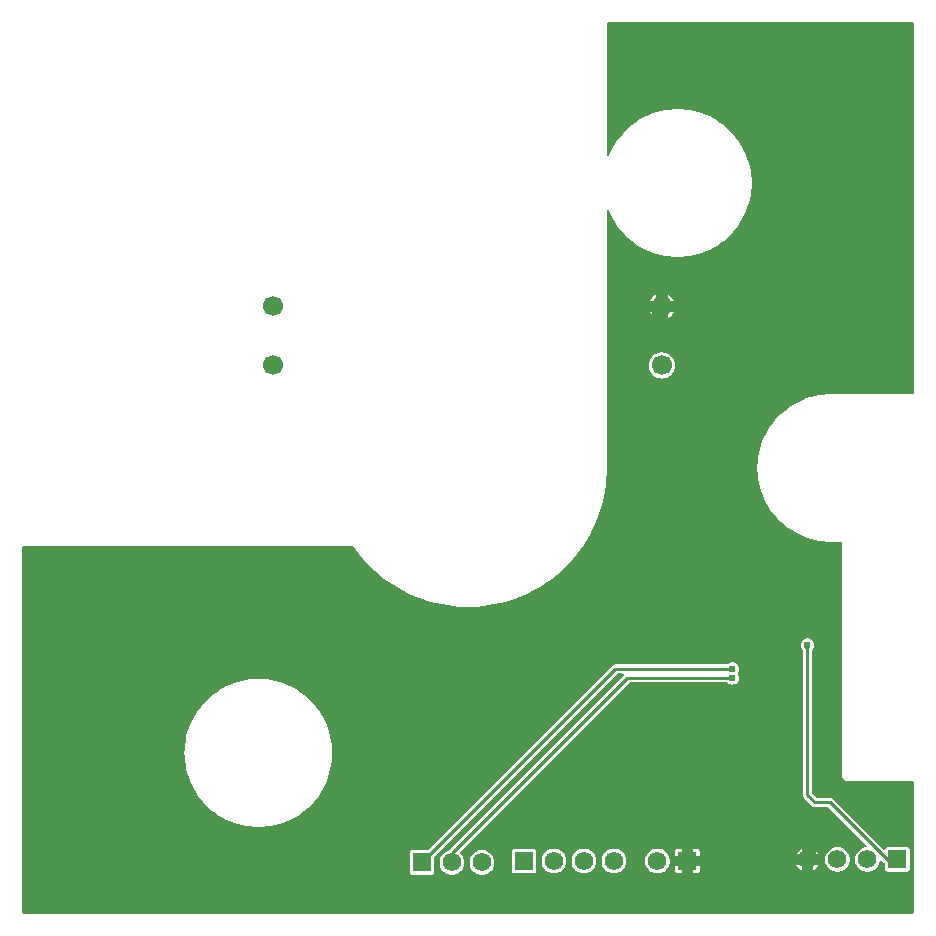
<source format=gbl>
G04 Layer: BottomLayer*
G04 EasyEDA v6.5.21, 2022-10-26 23:24:46*
G04 7043a08dc792485ca80c43a16287fa54,0a3b9bc433cf4336b4e61a92af7c5883,10*
G04 Gerber Generator version 0.2*
G04 Scale: 100 percent, Rotated: No, Reflected: No *
G04 Dimensions in inches *
G04 leading zeros omitted , absolute positions ,3 integer and 6 decimal *
%FSLAX36Y36*%
%MOIN*%

%ADD10C,0.0100*%
%ADD11C,0.0098*%
%ADD12C,0.0669*%
%ADD13R,0.0620X0.0620*%
%ADD14C,0.0620*%
%ADD15C,0.0240*%
%ADD16C,0.0116*%

%LPD*%
G36*
X-4103039Y-1410980D02*
G01*
X-4104580Y-1410680D01*
X-4105860Y-1409820D01*
X-4106740Y-1408520D01*
X-4107040Y-1406980D01*
X-4107040Y-189000D01*
X-4106740Y-187460D01*
X-4105860Y-186180D01*
X-4104580Y-185300D01*
X-4103039Y-185000D01*
X-3006320Y-185000D01*
X-3005059Y-185200D01*
X-3003920Y-185799D01*
X-3003039Y-186720D01*
X-2995539Y-197460D01*
X-2983840Y-212880D01*
X-2971480Y-227800D01*
X-2958500Y-242220D01*
X-2944920Y-256060D01*
X-2930779Y-269320D01*
X-2916080Y-281980D01*
X-2900880Y-294020D01*
X-2885200Y-305420D01*
X-2869040Y-316140D01*
X-2852440Y-326180D01*
X-2835440Y-335500D01*
X-2818080Y-344120D01*
X-2800360Y-352000D01*
X-2782320Y-359120D01*
X-2764000Y-365480D01*
X-2745440Y-371079D01*
X-2726660Y-375900D01*
X-2707679Y-379920D01*
X-2688560Y-383140D01*
X-2669320Y-385560D01*
X-2650000Y-387180D01*
X-2630640Y-387980D01*
X-2611240Y-387960D01*
X-2591860Y-387140D01*
X-2572540Y-385520D01*
X-2553320Y-383060D01*
X-2534200Y-379820D01*
X-2515220Y-375780D01*
X-2496440Y-370959D01*
X-2477880Y-365340D01*
X-2459580Y-358960D01*
X-2441560Y-351800D01*
X-2423840Y-343900D01*
X-2406480Y-335280D01*
X-2389500Y-325920D01*
X-2372920Y-315880D01*
X-2356760Y-305140D01*
X-2341080Y-293720D01*
X-2325900Y-281680D01*
X-2311220Y-269000D01*
X-2297100Y-255720D01*
X-2283540Y-241860D01*
X-2270560Y-227440D01*
X-2258220Y-212480D01*
X-2246500Y-197040D01*
X-2235440Y-181100D01*
X-2225060Y-164740D01*
X-2215380Y-147940D01*
X-2206400Y-130740D01*
X-2198160Y-113200D01*
X-2190640Y-95320D01*
X-2183900Y-77140D01*
X-2177920Y-58700D01*
X-2172720Y-40020D01*
X-2168300Y-21140D01*
X-2164680Y-2080D01*
X-2161840Y17100D01*
X-2159840Y36380D01*
X-2158620Y55740D01*
X-2158220Y74920D01*
X-2158220Y930260D01*
X-2157920Y931820D01*
X-2157040Y933120D01*
X-2155720Y933980D01*
X-2154160Y934260D01*
X-2152620Y933920D01*
X-2151340Y933020D01*
X-2150500Y931700D01*
X-2150020Y930460D01*
X-2144380Y917840D01*
X-2138040Y905560D01*
X-2131000Y893660D01*
X-2123320Y882159D01*
X-2115020Y871120D01*
X-2106100Y860560D01*
X-2096600Y850520D01*
X-2086560Y841020D01*
X-2076000Y832099D01*
X-2064960Y823800D01*
X-2053460Y816120D01*
X-2041560Y809080D01*
X-2029280Y802740D01*
X-2016660Y797099D01*
X-2003740Y792159D01*
X-1990580Y787980D01*
X-1977200Y784520D01*
X-1963640Y781820D01*
X-1949960Y779900D01*
X-1936180Y778720D01*
X-1922360Y778340D01*
X-1908540Y778720D01*
X-1894760Y779900D01*
X-1881080Y781820D01*
X-1867520Y784520D01*
X-1854139Y787980D01*
X-1840980Y792159D01*
X-1828060Y797099D01*
X-1815440Y802740D01*
X-1803160Y809080D01*
X-1791260Y816120D01*
X-1779760Y823800D01*
X-1768720Y832099D01*
X-1758160Y841020D01*
X-1748120Y850520D01*
X-1738620Y860560D01*
X-1729700Y871120D01*
X-1721399Y882159D01*
X-1713720Y893660D01*
X-1706680Y905560D01*
X-1700340Y917840D01*
X-1694700Y930460D01*
X-1689760Y943379D01*
X-1685580Y956540D01*
X-1682120Y969920D01*
X-1679420Y983480D01*
X-1677500Y997159D01*
X-1676320Y1010939D01*
X-1675940Y1024760D01*
X-1676320Y1038580D01*
X-1677500Y1052360D01*
X-1679420Y1066040D01*
X-1682120Y1079600D01*
X-1685580Y1092980D01*
X-1689760Y1106140D01*
X-1694700Y1119060D01*
X-1700340Y1131680D01*
X-1706680Y1143960D01*
X-1713720Y1155860D01*
X-1721399Y1167360D01*
X-1729700Y1178400D01*
X-1738620Y1188960D01*
X-1748120Y1199000D01*
X-1758160Y1208500D01*
X-1768720Y1217420D01*
X-1779760Y1225720D01*
X-1791260Y1233400D01*
X-1803160Y1240440D01*
X-1815440Y1246780D01*
X-1828060Y1252420D01*
X-1840980Y1257360D01*
X-1854139Y1261540D01*
X-1867520Y1265000D01*
X-1881080Y1267700D01*
X-1894760Y1269620D01*
X-1908540Y1270800D01*
X-1922360Y1271180D01*
X-1936180Y1270800D01*
X-1949960Y1269620D01*
X-1963640Y1267700D01*
X-1977200Y1265000D01*
X-1990580Y1261540D01*
X-2003740Y1257360D01*
X-2016660Y1252420D01*
X-2029280Y1246780D01*
X-2041560Y1240440D01*
X-2053460Y1233400D01*
X-2064960Y1225720D01*
X-2076000Y1217420D01*
X-2086560Y1208500D01*
X-2096600Y1199000D01*
X-2106100Y1188960D01*
X-2115020Y1178400D01*
X-2123320Y1167360D01*
X-2131000Y1155860D01*
X-2138040Y1143960D01*
X-2144380Y1131680D01*
X-2150020Y1119060D01*
X-2150500Y1117820D01*
X-2151340Y1116500D01*
X-2152620Y1115600D01*
X-2154160Y1115260D01*
X-2155720Y1115540D01*
X-2157040Y1116400D01*
X-2157920Y1117700D01*
X-2158220Y1119260D01*
X-2158220Y1556740D01*
X-2157920Y1558280D01*
X-2157060Y1559560D01*
X-2155760Y1560440D01*
X-2154220Y1560740D01*
X-1139320Y1560740D01*
X-1137800Y1560440D01*
X-1136500Y1559560D01*
X-1135620Y1558280D01*
X-1135320Y1556740D01*
X-1135320Y325300D01*
X-1135620Y323760D01*
X-1136500Y322480D01*
X-1137800Y321599D01*
X-1139320Y321300D01*
X-1410020Y321300D01*
X-1424480Y320880D01*
X-1438500Y319660D01*
X-1452440Y317620D01*
X-1466220Y314820D01*
X-1479820Y311220D01*
X-1493200Y306860D01*
X-1506320Y301720D01*
X-1519100Y295860D01*
X-1531540Y289280D01*
X-1543580Y282000D01*
X-1555200Y274040D01*
X-1566320Y265420D01*
X-1576960Y256200D01*
X-1587040Y246380D01*
X-1596540Y236000D01*
X-1605420Y225080D01*
X-1613680Y213700D01*
X-1621279Y201840D01*
X-1628180Y189579D01*
X-1634379Y176940D01*
X-1639840Y163960D01*
X-1644540Y150700D01*
X-1648480Y137200D01*
X-1651660Y123480D01*
X-1654040Y109620D01*
X-1655620Y95640D01*
X-1656399Y82260D01*
X-1656399Y67500D01*
X-1655560Y53460D01*
X-1653940Y39480D01*
X-1651519Y25620D01*
X-1648320Y11920D01*
X-1644340Y-1580D01*
X-1639580Y-14840D01*
X-1634100Y-27780D01*
X-1627860Y-40400D01*
X-1620940Y-52660D01*
X-1613300Y-64480D01*
X-1605020Y-75860D01*
X-1596100Y-86740D01*
X-1586560Y-97100D01*
X-1576459Y-106880D01*
X-1565820Y-116100D01*
X-1554660Y-124660D01*
X-1543020Y-132600D01*
X-1530960Y-139840D01*
X-1518500Y-146400D01*
X-1505700Y-152220D01*
X-1492580Y-157320D01*
X-1479180Y-161640D01*
X-1465580Y-165200D01*
X-1451780Y-167979D01*
X-1437840Y-169960D01*
X-1423820Y-171160D01*
X-1410420Y-171540D01*
X-1379000Y-171540D01*
X-1377460Y-171840D01*
X-1376180Y-172719D01*
X-1375300Y-174000D01*
X-1375000Y-175539D01*
X-1375000Y-954599D01*
X-1374720Y-955280D01*
X-1360280Y-969720D01*
X-1359600Y-970000D01*
X-1139320Y-970000D01*
X-1137800Y-970300D01*
X-1136500Y-971180D01*
X-1135620Y-972460D01*
X-1135320Y-974000D01*
X-1135320Y-1406980D01*
X-1135620Y-1408520D01*
X-1136500Y-1409820D01*
X-1137800Y-1410680D01*
X-1139320Y-1410980D01*
G37*

%LPC*%
G36*
X-2575000Y-1281200D02*
G01*
X-2569620Y-1280840D01*
X-2564340Y-1279780D01*
X-2559240Y-1278060D01*
X-2554400Y-1275680D01*
X-2549920Y-1272680D01*
X-2545880Y-1269120D01*
X-2542320Y-1265080D01*
X-2539320Y-1260600D01*
X-2536940Y-1255760D01*
X-2535220Y-1250660D01*
X-2534160Y-1245380D01*
X-2533800Y-1240000D01*
X-2534160Y-1234620D01*
X-2535220Y-1229340D01*
X-2536940Y-1224240D01*
X-2539320Y-1219400D01*
X-2542320Y-1214920D01*
X-2545880Y-1210880D01*
X-2549920Y-1207320D01*
X-2554400Y-1204320D01*
X-2559240Y-1201940D01*
X-2564340Y-1200220D01*
X-2569620Y-1199160D01*
X-2575000Y-1198800D01*
X-2580380Y-1199160D01*
X-2585659Y-1200220D01*
X-2590760Y-1201940D01*
X-2595600Y-1204320D01*
X-2600080Y-1207320D01*
X-2604120Y-1210880D01*
X-2607679Y-1214920D01*
X-2610680Y-1219400D01*
X-2613060Y-1224240D01*
X-2614780Y-1229340D01*
X-2615840Y-1234620D01*
X-2616200Y-1240000D01*
X-2615840Y-1245380D01*
X-2614780Y-1250660D01*
X-2613060Y-1255760D01*
X-2610680Y-1260600D01*
X-2607679Y-1265080D01*
X-2604120Y-1269120D01*
X-2600080Y-1272680D01*
X-2595600Y-1275680D01*
X-2590760Y-1278060D01*
X-2585659Y-1279780D01*
X-2580380Y-1280840D01*
G37*
G36*
X-2805779Y-1281200D02*
G01*
X-2744220Y-1281200D01*
X-2741740Y-1280920D01*
X-2739580Y-1280160D01*
X-2737660Y-1278960D01*
X-2736040Y-1277340D01*
X-2734840Y-1275420D01*
X-2734080Y-1273260D01*
X-2733800Y-1270780D01*
X-2733800Y-1221960D01*
X-2733500Y-1220420D01*
X-2732620Y-1219120D01*
X-2124880Y-611380D01*
X-2123580Y-610500D01*
X-2122040Y-610200D01*
X-2106360Y-610200D01*
X-2104820Y-610500D01*
X-2103520Y-611380D01*
X-2102660Y-612660D01*
X-2102360Y-614200D01*
X-2102660Y-615740D01*
X-2103520Y-617020D01*
X-2686940Y-1200480D01*
X-2687919Y-1200980D01*
X-2690760Y-1201940D01*
X-2695600Y-1204320D01*
X-2700080Y-1207320D01*
X-2704120Y-1210880D01*
X-2707679Y-1214920D01*
X-2710680Y-1219400D01*
X-2713060Y-1224240D01*
X-2714780Y-1229340D01*
X-2715840Y-1234620D01*
X-2716200Y-1240000D01*
X-2715840Y-1245380D01*
X-2714780Y-1250660D01*
X-2713060Y-1255760D01*
X-2710680Y-1260600D01*
X-2707679Y-1265080D01*
X-2704120Y-1269120D01*
X-2700080Y-1272680D01*
X-2695600Y-1275680D01*
X-2690760Y-1278060D01*
X-2685659Y-1279780D01*
X-2680380Y-1280840D01*
X-2675000Y-1281200D01*
X-2669620Y-1280840D01*
X-2664340Y-1279780D01*
X-2659240Y-1278060D01*
X-2654400Y-1275680D01*
X-2649920Y-1272680D01*
X-2645880Y-1269120D01*
X-2642320Y-1265080D01*
X-2639320Y-1260600D01*
X-2636940Y-1255760D01*
X-2635220Y-1250660D01*
X-2634160Y-1245380D01*
X-2633800Y-1240000D01*
X-2634160Y-1234620D01*
X-2635220Y-1229340D01*
X-2636940Y-1224240D01*
X-2639320Y-1219400D01*
X-2642320Y-1214920D01*
X-2645880Y-1210880D01*
X-2647200Y-1209720D01*
X-2648180Y-1208420D01*
X-2648560Y-1206840D01*
X-2648279Y-1205240D01*
X-2647380Y-1203880D01*
X-2084880Y-641380D01*
X-2083580Y-640500D01*
X-2082040Y-640200D01*
X-1757720Y-640200D01*
X-1756180Y-640500D01*
X-1754880Y-641380D01*
X-1754259Y-642000D01*
X-1751100Y-644220D01*
X-1747580Y-645840D01*
X-1743860Y-646840D01*
X-1740000Y-647180D01*
X-1736140Y-646840D01*
X-1732420Y-645840D01*
X-1728899Y-644220D01*
X-1725740Y-642000D01*
X-1723000Y-639260D01*
X-1720780Y-636100D01*
X-1719160Y-632580D01*
X-1718160Y-628860D01*
X-1717820Y-625000D01*
X-1718160Y-621140D01*
X-1719160Y-617420D01*
X-1720780Y-613900D01*
X-1721920Y-612300D01*
X-1722560Y-610800D01*
X-1722560Y-609200D01*
X-1721920Y-607700D01*
X-1720780Y-606100D01*
X-1719160Y-602580D01*
X-1718160Y-598860D01*
X-1717820Y-595000D01*
X-1718160Y-591140D01*
X-1719160Y-587420D01*
X-1720780Y-583900D01*
X-1723000Y-580740D01*
X-1725740Y-578000D01*
X-1728899Y-575780D01*
X-1732420Y-574160D01*
X-1736140Y-573160D01*
X-1740000Y-572820D01*
X-1743860Y-573160D01*
X-1747580Y-574160D01*
X-1751100Y-575780D01*
X-1754259Y-578000D01*
X-1754880Y-578620D01*
X-1756180Y-579500D01*
X-1757720Y-579800D01*
X-2129800Y-579800D01*
X-2132960Y-580120D01*
X-2135800Y-580980D01*
X-2138440Y-582380D01*
X-2140880Y-584400D01*
X-2754120Y-1197620D01*
X-2755419Y-1198500D01*
X-2756960Y-1198800D01*
X-2805779Y-1198800D01*
X-2808260Y-1199080D01*
X-2810419Y-1199840D01*
X-2812340Y-1201040D01*
X-2813960Y-1202660D01*
X-2815160Y-1204580D01*
X-2815920Y-1206740D01*
X-2816200Y-1209220D01*
X-2816200Y-1270780D01*
X-2815920Y-1273260D01*
X-2815160Y-1275420D01*
X-2813960Y-1277340D01*
X-2812340Y-1278960D01*
X-2810419Y-1280160D01*
X-2808260Y-1280920D01*
G37*
G36*
X-1920780Y-1276200D02*
G01*
X-1908000Y-1276200D01*
X-1908000Y-1253000D01*
X-1931200Y-1253000D01*
X-1931200Y-1265780D01*
X-1930920Y-1268260D01*
X-1930160Y-1270420D01*
X-1928959Y-1272340D01*
X-1927340Y-1273960D01*
X-1925420Y-1275160D01*
X-1923260Y-1275920D01*
G37*
G36*
X-1872000Y-1276200D02*
G01*
X-1859220Y-1276200D01*
X-1856740Y-1275920D01*
X-1854580Y-1275160D01*
X-1852660Y-1273960D01*
X-1851040Y-1272340D01*
X-1849840Y-1270420D01*
X-1849079Y-1268260D01*
X-1848800Y-1265780D01*
X-1848800Y-1253000D01*
X-1872000Y-1253000D01*
G37*
G36*
X-1990000Y-1276200D02*
G01*
X-1984620Y-1275840D01*
X-1979340Y-1274780D01*
X-1974240Y-1273060D01*
X-1969400Y-1270680D01*
X-1964920Y-1267680D01*
X-1960880Y-1264120D01*
X-1957320Y-1260080D01*
X-1954319Y-1255600D01*
X-1951940Y-1250760D01*
X-1950220Y-1245660D01*
X-1949160Y-1240380D01*
X-1948800Y-1235000D01*
X-1949160Y-1229620D01*
X-1950220Y-1224340D01*
X-1951940Y-1219240D01*
X-1954319Y-1214400D01*
X-1957320Y-1209920D01*
X-1960880Y-1205880D01*
X-1964920Y-1202320D01*
X-1969400Y-1199320D01*
X-1974240Y-1196940D01*
X-1979340Y-1195220D01*
X-1984620Y-1194160D01*
X-1990000Y-1193800D01*
X-1995380Y-1194160D01*
X-2000660Y-1195220D01*
X-2005760Y-1196940D01*
X-2010600Y-1199320D01*
X-2015080Y-1202320D01*
X-2019120Y-1205880D01*
X-2022680Y-1209920D01*
X-2025680Y-1214400D01*
X-2028060Y-1219240D01*
X-2029780Y-1224340D01*
X-2030840Y-1229620D01*
X-2031200Y-1235000D01*
X-2030840Y-1240380D01*
X-2029780Y-1245660D01*
X-2028060Y-1250760D01*
X-2025680Y-1255600D01*
X-2022680Y-1260080D01*
X-2019120Y-1264120D01*
X-2015080Y-1267680D01*
X-2010600Y-1270680D01*
X-2005760Y-1273060D01*
X-2000660Y-1274780D01*
X-1995380Y-1275840D01*
G37*
G36*
X-2335000Y-1276200D02*
G01*
X-2329620Y-1275840D01*
X-2324340Y-1274780D01*
X-2319240Y-1273060D01*
X-2314400Y-1270680D01*
X-2309920Y-1267680D01*
X-2305880Y-1264120D01*
X-2302320Y-1260080D01*
X-2299320Y-1255600D01*
X-2296940Y-1250760D01*
X-2295220Y-1245660D01*
X-2294160Y-1240380D01*
X-2293800Y-1235000D01*
X-2294160Y-1229620D01*
X-2295220Y-1224340D01*
X-2296940Y-1219240D01*
X-2299320Y-1214400D01*
X-2302320Y-1209920D01*
X-2305880Y-1205880D01*
X-2309920Y-1202320D01*
X-2314400Y-1199320D01*
X-2319240Y-1196940D01*
X-2324340Y-1195220D01*
X-2329620Y-1194160D01*
X-2335000Y-1193800D01*
X-2340380Y-1194160D01*
X-2345660Y-1195220D01*
X-2350760Y-1196940D01*
X-2355600Y-1199320D01*
X-2360080Y-1202320D01*
X-2364120Y-1205880D01*
X-2367680Y-1209920D01*
X-2370680Y-1214400D01*
X-2373060Y-1219240D01*
X-2374780Y-1224340D01*
X-2375840Y-1229620D01*
X-2376200Y-1235000D01*
X-2375840Y-1240380D01*
X-2374780Y-1245660D01*
X-2373060Y-1250760D01*
X-2370680Y-1255600D01*
X-2367680Y-1260080D01*
X-2364120Y-1264120D01*
X-2360080Y-1267680D01*
X-2355600Y-1270680D01*
X-2350760Y-1273060D01*
X-2345660Y-1274780D01*
X-2340380Y-1275840D01*
G37*
G36*
X-2235000Y-1276200D02*
G01*
X-2229620Y-1275840D01*
X-2224340Y-1274780D01*
X-2219240Y-1273060D01*
X-2214400Y-1270680D01*
X-2209920Y-1267680D01*
X-2205880Y-1264120D01*
X-2202320Y-1260080D01*
X-2199320Y-1255600D01*
X-2196940Y-1250760D01*
X-2195220Y-1245660D01*
X-2194160Y-1240380D01*
X-2193800Y-1235000D01*
X-2194160Y-1229620D01*
X-2195220Y-1224340D01*
X-2196940Y-1219240D01*
X-2199320Y-1214400D01*
X-2202320Y-1209920D01*
X-2205880Y-1205880D01*
X-2209920Y-1202320D01*
X-2214400Y-1199320D01*
X-2219240Y-1196940D01*
X-2224340Y-1195220D01*
X-2229620Y-1194160D01*
X-2235000Y-1193800D01*
X-2240380Y-1194160D01*
X-2245660Y-1195220D01*
X-2250760Y-1196940D01*
X-2255600Y-1199320D01*
X-2260080Y-1202320D01*
X-2264120Y-1205880D01*
X-2267680Y-1209920D01*
X-2270680Y-1214400D01*
X-2273060Y-1219240D01*
X-2274780Y-1224340D01*
X-2275840Y-1229620D01*
X-2276200Y-1235000D01*
X-2275840Y-1240380D01*
X-2274780Y-1245660D01*
X-2273060Y-1250760D01*
X-2270680Y-1255600D01*
X-2267680Y-1260080D01*
X-2264120Y-1264120D01*
X-2260080Y-1267680D01*
X-2255600Y-1270680D01*
X-2250760Y-1273060D01*
X-2245660Y-1274780D01*
X-2240380Y-1275840D01*
G37*
G36*
X-2135000Y-1276200D02*
G01*
X-2129620Y-1275840D01*
X-2124340Y-1274780D01*
X-2119240Y-1273060D01*
X-2114400Y-1270680D01*
X-2109920Y-1267680D01*
X-2105880Y-1264120D01*
X-2102320Y-1260080D01*
X-2099320Y-1255600D01*
X-2096940Y-1250760D01*
X-2095220Y-1245660D01*
X-2094160Y-1240380D01*
X-2093800Y-1235000D01*
X-2094160Y-1229620D01*
X-2095220Y-1224340D01*
X-2096940Y-1219240D01*
X-2099320Y-1214400D01*
X-2102320Y-1209920D01*
X-2105880Y-1205880D01*
X-2109920Y-1202320D01*
X-2114400Y-1199320D01*
X-2119240Y-1196940D01*
X-2124340Y-1195220D01*
X-2129620Y-1194160D01*
X-2135000Y-1193800D01*
X-2140380Y-1194160D01*
X-2145660Y-1195220D01*
X-2150760Y-1196940D01*
X-2155600Y-1199320D01*
X-2160080Y-1202320D01*
X-2164120Y-1205880D01*
X-2167680Y-1209920D01*
X-2170680Y-1214400D01*
X-2173060Y-1219240D01*
X-2174780Y-1224340D01*
X-2175840Y-1229620D01*
X-2176200Y-1235000D01*
X-2175840Y-1240380D01*
X-2174780Y-1245660D01*
X-2173060Y-1250760D01*
X-2170680Y-1255600D01*
X-2167680Y-1260080D01*
X-2164120Y-1264120D01*
X-2160080Y-1267680D01*
X-2155600Y-1270680D01*
X-2150760Y-1273060D01*
X-2145660Y-1274780D01*
X-2140380Y-1275840D01*
G37*
G36*
X-2465780Y-1276200D02*
G01*
X-2404220Y-1276200D01*
X-2401740Y-1275920D01*
X-2399580Y-1275160D01*
X-2397660Y-1273960D01*
X-2396040Y-1272340D01*
X-2394840Y-1270420D01*
X-2394080Y-1268260D01*
X-2393800Y-1265780D01*
X-2393800Y-1204220D01*
X-2394080Y-1201740D01*
X-2394840Y-1199580D01*
X-2396040Y-1197660D01*
X-2397660Y-1196040D01*
X-2399580Y-1194840D01*
X-2401740Y-1194080D01*
X-2404220Y-1193800D01*
X-2465780Y-1193800D01*
X-2468260Y-1194080D01*
X-2470420Y-1194840D01*
X-2472340Y-1196040D01*
X-2473960Y-1197660D01*
X-2475160Y-1199580D01*
X-2475920Y-1201740D01*
X-2476200Y-1204220D01*
X-2476200Y-1265780D01*
X-2475920Y-1268260D01*
X-2475160Y-1270420D01*
X-2473960Y-1272340D01*
X-2472340Y-1273960D01*
X-2470420Y-1275160D01*
X-2468260Y-1275920D01*
G37*
G36*
X-1390000Y-1271200D02*
G01*
X-1384620Y-1270840D01*
X-1379340Y-1269780D01*
X-1374240Y-1268060D01*
X-1369400Y-1265680D01*
X-1364920Y-1262680D01*
X-1360880Y-1259120D01*
X-1357320Y-1255080D01*
X-1354319Y-1250600D01*
X-1351940Y-1245760D01*
X-1350220Y-1240660D01*
X-1349160Y-1235380D01*
X-1348800Y-1230000D01*
X-1349160Y-1224620D01*
X-1350220Y-1219340D01*
X-1351940Y-1214240D01*
X-1354319Y-1209400D01*
X-1357320Y-1204920D01*
X-1360880Y-1200880D01*
X-1364920Y-1197320D01*
X-1369400Y-1194320D01*
X-1374240Y-1191940D01*
X-1379340Y-1190220D01*
X-1384620Y-1189160D01*
X-1390000Y-1188800D01*
X-1395380Y-1189160D01*
X-1400660Y-1190220D01*
X-1405760Y-1191940D01*
X-1410600Y-1194320D01*
X-1415080Y-1197320D01*
X-1419120Y-1200880D01*
X-1422680Y-1204920D01*
X-1425680Y-1209400D01*
X-1428060Y-1214240D01*
X-1429780Y-1219340D01*
X-1430840Y-1224620D01*
X-1431200Y-1230000D01*
X-1430840Y-1235380D01*
X-1429780Y-1240660D01*
X-1428060Y-1245760D01*
X-1425680Y-1250600D01*
X-1422680Y-1255080D01*
X-1419120Y-1259120D01*
X-1415080Y-1262680D01*
X-1410600Y-1265680D01*
X-1405760Y-1268060D01*
X-1400660Y-1269780D01*
X-1395380Y-1270840D01*
G37*
G36*
X-1290000Y-1271200D02*
G01*
X-1284620Y-1270840D01*
X-1279340Y-1269780D01*
X-1274240Y-1268060D01*
X-1269400Y-1265680D01*
X-1264920Y-1262680D01*
X-1260880Y-1259120D01*
X-1257320Y-1255080D01*
X-1254320Y-1250600D01*
X-1251940Y-1245760D01*
X-1250220Y-1240660D01*
X-1249280Y-1236000D01*
X-1248600Y-1234440D01*
X-1247320Y-1233300D01*
X-1245680Y-1232800D01*
X-1243980Y-1233040D01*
X-1242540Y-1233960D01*
X-1235880Y-1240600D01*
X-1232200Y-1243580D01*
X-1231460Y-1244800D01*
X-1231200Y-1246220D01*
X-1231200Y-1260780D01*
X-1230920Y-1263260D01*
X-1230160Y-1265420D01*
X-1228960Y-1267340D01*
X-1227340Y-1268960D01*
X-1225420Y-1270160D01*
X-1223260Y-1270920D01*
X-1220780Y-1271200D01*
X-1159220Y-1271200D01*
X-1156740Y-1270920D01*
X-1154580Y-1270160D01*
X-1152660Y-1268960D01*
X-1151040Y-1267340D01*
X-1149840Y-1265420D01*
X-1149080Y-1263260D01*
X-1148800Y-1260780D01*
X-1148800Y-1199220D01*
X-1149080Y-1196740D01*
X-1149840Y-1194580D01*
X-1151040Y-1192660D01*
X-1152660Y-1191040D01*
X-1154580Y-1189840D01*
X-1156740Y-1189080D01*
X-1159220Y-1188800D01*
X-1220780Y-1188800D01*
X-1223260Y-1189080D01*
X-1225420Y-1189840D01*
X-1227340Y-1191040D01*
X-1228960Y-1192660D01*
X-1230160Y-1194580D01*
X-1231160Y-1196440D01*
X-1232460Y-1197380D01*
X-1234020Y-1197740D01*
X-1235600Y-1197460D01*
X-1236940Y-1196560D01*
X-1404120Y-1029400D01*
X-1406560Y-1027380D01*
X-1409199Y-1025980D01*
X-1412040Y-1025120D01*
X-1415200Y-1024800D01*
X-1457040Y-1024800D01*
X-1458580Y-1024500D01*
X-1459880Y-1023620D01*
X-1473620Y-1009880D01*
X-1474500Y-1008580D01*
X-1474800Y-1007039D01*
X-1474800Y-534540D01*
X-1474420Y-532820D01*
X-1472240Y-528260D01*
X-1470780Y-526100D01*
X-1469160Y-522580D01*
X-1468160Y-518860D01*
X-1467820Y-515000D01*
X-1468160Y-511140D01*
X-1469160Y-507420D01*
X-1470780Y-503900D01*
X-1473000Y-500740D01*
X-1475740Y-498000D01*
X-1478899Y-495780D01*
X-1482420Y-494159D01*
X-1486140Y-493160D01*
X-1490000Y-492819D01*
X-1493860Y-493160D01*
X-1497580Y-494159D01*
X-1501100Y-495780D01*
X-1504259Y-498000D01*
X-1507000Y-500740D01*
X-1509220Y-503900D01*
X-1510840Y-507420D01*
X-1511840Y-511140D01*
X-1512180Y-515000D01*
X-1511840Y-518860D01*
X-1510840Y-522580D01*
X-1509220Y-526100D01*
X-1507760Y-528260D01*
X-1505580Y-532820D01*
X-1505200Y-534540D01*
X-1505200Y-1014800D01*
X-1504880Y-1017960D01*
X-1504019Y-1020800D01*
X-1502620Y-1023439D01*
X-1500600Y-1025879D01*
X-1475880Y-1050600D01*
X-1473440Y-1052620D01*
X-1470800Y-1054020D01*
X-1467960Y-1054880D01*
X-1464800Y-1055200D01*
X-1422960Y-1055200D01*
X-1421420Y-1055500D01*
X-1420120Y-1056380D01*
X-1293959Y-1182540D01*
X-1293040Y-1183980D01*
X-1292800Y-1185680D01*
X-1293300Y-1187320D01*
X-1294440Y-1188600D01*
X-1296000Y-1189280D01*
X-1300660Y-1190220D01*
X-1305760Y-1191940D01*
X-1310600Y-1194320D01*
X-1315080Y-1197320D01*
X-1319120Y-1200880D01*
X-1322680Y-1204920D01*
X-1325680Y-1209400D01*
X-1328060Y-1214240D01*
X-1329780Y-1219340D01*
X-1330840Y-1224620D01*
X-1331200Y-1230000D01*
X-1330840Y-1235380D01*
X-1329780Y-1240660D01*
X-1328060Y-1245760D01*
X-1325680Y-1250600D01*
X-1322680Y-1255080D01*
X-1319120Y-1259120D01*
X-1315080Y-1262680D01*
X-1310600Y-1265680D01*
X-1305760Y-1268060D01*
X-1300660Y-1269780D01*
X-1295380Y-1270840D01*
G37*
G36*
X-1508000Y-1266960D02*
G01*
X-1508000Y-1248000D01*
X-1526960Y-1248000D01*
X-1525680Y-1250600D01*
X-1522680Y-1255080D01*
X-1519120Y-1259120D01*
X-1515080Y-1262680D01*
X-1510600Y-1265680D01*
G37*
G36*
X-1472000Y-1266960D02*
G01*
X-1469400Y-1265680D01*
X-1464920Y-1262680D01*
X-1460880Y-1259120D01*
X-1457320Y-1255080D01*
X-1454319Y-1250600D01*
X-1453040Y-1248000D01*
X-1472000Y-1248000D01*
G37*
G36*
X-1931200Y-1217000D02*
G01*
X-1908000Y-1217000D01*
X-1908000Y-1193800D01*
X-1920780Y-1193800D01*
X-1923260Y-1194080D01*
X-1925420Y-1194840D01*
X-1927340Y-1196040D01*
X-1928959Y-1197660D01*
X-1930160Y-1199580D01*
X-1930920Y-1201740D01*
X-1931200Y-1204220D01*
G37*
G36*
X-1872000Y-1217000D02*
G01*
X-1848800Y-1217000D01*
X-1848800Y-1204220D01*
X-1849079Y-1201740D01*
X-1849840Y-1199580D01*
X-1851040Y-1197660D01*
X-1852660Y-1196040D01*
X-1854580Y-1194840D01*
X-1856740Y-1194080D01*
X-1859220Y-1193800D01*
X-1872000Y-1193800D01*
G37*
G36*
X-1526960Y-1212000D02*
G01*
X-1508000Y-1212000D01*
X-1508000Y-1193040D01*
X-1510600Y-1194320D01*
X-1515080Y-1197320D01*
X-1519120Y-1200880D01*
X-1522680Y-1204920D01*
X-1525680Y-1209400D01*
G37*
G36*
X-1472000Y-1212000D02*
G01*
X-1453040Y-1212000D01*
X-1454319Y-1209400D01*
X-1457320Y-1204920D01*
X-1460880Y-1200880D01*
X-1464920Y-1197320D01*
X-1469400Y-1194320D01*
X-1472000Y-1193040D01*
G37*
G36*
X-3320000Y-1121420D02*
G01*
X-3306180Y-1121040D01*
X-3292400Y-1119860D01*
X-3278720Y-1117940D01*
X-3265160Y-1115240D01*
X-3251780Y-1111780D01*
X-3238620Y-1107600D01*
X-3225700Y-1102660D01*
X-3213080Y-1097020D01*
X-3200800Y-1090680D01*
X-3188900Y-1083640D01*
X-3177400Y-1075960D01*
X-3166360Y-1067660D01*
X-3155800Y-1058740D01*
X-3145760Y-1049240D01*
X-3136259Y-1039200D01*
X-3127340Y-1028640D01*
X-3119040Y-1017600D01*
X-3111360Y-1006100D01*
X-3104320Y-994200D01*
X-3097980Y-981919D01*
X-3092340Y-969300D01*
X-3087400Y-956380D01*
X-3083220Y-943220D01*
X-3079760Y-929840D01*
X-3077060Y-916280D01*
X-3075140Y-902600D01*
X-3073960Y-888820D01*
X-3073580Y-875000D01*
X-3073960Y-861180D01*
X-3075140Y-847400D01*
X-3077060Y-833720D01*
X-3079760Y-820160D01*
X-3083220Y-806780D01*
X-3087400Y-793620D01*
X-3092340Y-780699D01*
X-3097980Y-768080D01*
X-3104320Y-755800D01*
X-3111360Y-743900D01*
X-3119040Y-732400D01*
X-3127340Y-721360D01*
X-3136259Y-710800D01*
X-3145760Y-700759D01*
X-3155800Y-691260D01*
X-3166360Y-682340D01*
X-3177400Y-674040D01*
X-3188900Y-666360D01*
X-3200800Y-659320D01*
X-3213080Y-652980D01*
X-3225700Y-647340D01*
X-3238620Y-642400D01*
X-3251780Y-638220D01*
X-3265160Y-634760D01*
X-3278720Y-632060D01*
X-3292400Y-630140D01*
X-3306180Y-628960D01*
X-3320000Y-628580D01*
X-3333820Y-628960D01*
X-3347600Y-630140D01*
X-3361280Y-632060D01*
X-3374840Y-634760D01*
X-3388220Y-638220D01*
X-3401380Y-642400D01*
X-3414300Y-647340D01*
X-3426920Y-652980D01*
X-3439200Y-659320D01*
X-3451100Y-666360D01*
X-3462600Y-674040D01*
X-3473639Y-682340D01*
X-3484200Y-691260D01*
X-3494240Y-700759D01*
X-3503740Y-710800D01*
X-3512660Y-721360D01*
X-3520960Y-732400D01*
X-3528639Y-743900D01*
X-3535680Y-755800D01*
X-3542020Y-768080D01*
X-3547660Y-780699D01*
X-3552600Y-793620D01*
X-3556780Y-806780D01*
X-3560240Y-820160D01*
X-3562940Y-833720D01*
X-3564860Y-847400D01*
X-3566040Y-861180D01*
X-3566420Y-875000D01*
X-3566040Y-888820D01*
X-3564860Y-902600D01*
X-3562940Y-916280D01*
X-3560240Y-929840D01*
X-3556780Y-943220D01*
X-3552600Y-956380D01*
X-3547660Y-969300D01*
X-3542020Y-981919D01*
X-3535680Y-994200D01*
X-3528639Y-1006100D01*
X-3520960Y-1017600D01*
X-3512660Y-1028640D01*
X-3503740Y-1039200D01*
X-3494240Y-1049240D01*
X-3484200Y-1058740D01*
X-3473639Y-1067660D01*
X-3462600Y-1075960D01*
X-3451100Y-1083640D01*
X-3439200Y-1090680D01*
X-3426920Y-1097020D01*
X-3414300Y-1102660D01*
X-3401380Y-1107600D01*
X-3388220Y-1111780D01*
X-3374840Y-1115240D01*
X-3361280Y-1117940D01*
X-3347600Y-1119860D01*
X-3333820Y-1121040D01*
G37*
G36*
X-1975000Y372920D02*
G01*
X-1969420Y373280D01*
X-1963920Y374360D01*
X-1958620Y376120D01*
X-1953580Y378540D01*
X-1948880Y381599D01*
X-1944620Y385220D01*
X-1940860Y389360D01*
X-1937660Y393940D01*
X-1935080Y398900D01*
X-1933140Y404159D01*
X-1931900Y409620D01*
X-1931360Y415180D01*
X-1931540Y420780D01*
X-1932440Y426300D01*
X-1934019Y431659D01*
X-1936300Y436780D01*
X-1939199Y441560D01*
X-1942680Y445940D01*
X-1946699Y449820D01*
X-1951180Y453160D01*
X-1956060Y455920D01*
X-1961240Y458020D01*
X-1966660Y459440D01*
X-1972200Y460140D01*
X-1977800Y460140D01*
X-1983340Y459440D01*
X-1988760Y458020D01*
X-1993940Y455920D01*
X-1998820Y453160D01*
X-2003300Y449820D01*
X-2007320Y445940D01*
X-2010800Y441560D01*
X-2013700Y436780D01*
X-2015960Y431659D01*
X-2017560Y426300D01*
X-2018460Y420780D01*
X-2018640Y415180D01*
X-2018100Y409620D01*
X-2016860Y404159D01*
X-2014920Y398900D01*
X-2012340Y393940D01*
X-2009139Y389360D01*
X-2005380Y385220D01*
X-2001120Y381599D01*
X-1996420Y378540D01*
X-1991380Y376120D01*
X-1986080Y374360D01*
X-1980580Y373280D01*
G37*
G36*
X-1955760Y574340D02*
G01*
X-1953580Y575400D01*
X-1948880Y578440D01*
X-1944620Y582060D01*
X-1940860Y586220D01*
X-1937660Y590800D01*
X-1935900Y594200D01*
X-1955760Y594200D01*
G37*
G36*
X-1994240Y574340D02*
G01*
X-1994240Y594200D01*
X-2014100Y594200D01*
X-2012340Y590800D01*
X-2009139Y586220D01*
X-2005380Y582060D01*
X-2001120Y578440D01*
X-1996420Y575400D01*
G37*
G36*
X-1955760Y632660D02*
G01*
X-1935860Y632660D01*
X-1936300Y633620D01*
X-1939199Y638400D01*
X-1942680Y642780D01*
X-1946699Y646680D01*
X-1951180Y650020D01*
X-1955760Y652600D01*
G37*
G36*
X-2014139Y632660D02*
G01*
X-1994240Y632660D01*
X-1994240Y652600D01*
X-1998820Y650020D01*
X-2003300Y646680D01*
X-2007320Y642780D01*
X-2010800Y638400D01*
X-2013700Y633620D01*
G37*

%LPD*%
G36*
X-1221000Y-1217500D02*
G01*
X-1225000Y-1225000D01*
X-1225000Y-1235000D01*
X-1221000Y-1242500D01*
G37*
G36*
X-1784920Y-338660D02*
G01*
X-1789000Y-347060D01*
X-1771000Y-347060D01*
X-1775080Y-338660D01*
G37*
G36*
X-1789000Y-192940D02*
G01*
X-1784920Y-201340D01*
X-1775080Y-201340D01*
X-1771000Y-192940D01*
G37*
G36*
X-1958080Y140040D02*
G01*
X-1965040Y133080D01*
X-1961980Y124240D01*
X-1949240Y136980D01*
G37*
G36*
X-1401980Y-1114240D02*
G01*
X-1405080Y-1123020D01*
X-1398020Y-1130080D01*
X-1389240Y-1126980D01*
G37*
G36*
X-1499000Y-522939D02*
G01*
X-1495000Y-531340D01*
X-1485000Y-531340D01*
X-1481000Y-522939D01*
G37*
G36*
X-1473060Y-1191000D02*
G01*
X-1499660Y-1200540D01*
X-1459560Y-1224100D01*
X-1464160Y-1196240D01*
G37*
G36*
X-2008460Y613740D02*
G01*
X-2009120Y582840D01*
X-2001800Y576240D01*
X-1971140Y580180D01*
G37*
D10*
X-1390000Y-1115000D02*
G01*
X-1490000Y-1215000D01*
X-1490000Y-1230000D01*
X-1490000Y-515000D02*
G01*
X-1490000Y-1015000D01*
X-1465000Y-1040000D01*
X-1415000Y-1040000D01*
X-1225000Y-1230000D01*
X-1190000Y-1230000D01*
D11*
X-1950000Y125000D02*
G01*
X-2070000Y245000D01*
X-2070000Y515000D01*
X-1975000Y610000D01*
X-1975000Y613420D01*
X-1780000Y-185000D02*
G01*
X-1780000Y-355000D01*
D10*
X-3030000Y-350000D02*
G01*
X-2810000Y-570000D01*
X-2810000Y-825000D01*
X-1740000Y-595000D02*
G01*
X-2130000Y-595000D01*
X-2775000Y-1240000D01*
X-1740000Y-625000D02*
G01*
X-2090000Y-625000D01*
X-2675000Y-1210000D01*
X-2675000Y-1240000D01*
D12*
G01*
X-1975000Y613420D03*
G01*
X-1975000Y416570D03*
D13*
G01*
X-2435000Y-1235000D03*
D14*
G01*
X-2335000Y-1235000D03*
G01*
X-2235000Y-1235000D03*
G01*
X-2135000Y-1235000D03*
D13*
G01*
X-1190000Y-1230000D03*
D14*
G01*
X-1290000Y-1230000D03*
G01*
X-1390000Y-1230000D03*
G01*
X-1490000Y-1230000D03*
D13*
G01*
X-1890000Y-1235000D03*
D14*
G01*
X-1990000Y-1235000D03*
D13*
G01*
X-2775000Y-1240000D03*
D14*
G01*
X-2675000Y-1240000D03*
G01*
X-2575000Y-1240000D03*
D12*
G01*
X-3269989Y416570D03*
G01*
X-3269989Y613420D03*
D15*
G01*
X-1490000Y-515000D03*
G01*
X-1390000Y-1115000D03*
G01*
X-1740000Y-595000D03*
G01*
X-1740000Y-625000D03*
G01*
X-1950000Y125000D03*
G01*
X-1780000Y-185000D03*
G01*
X-1780000Y-355000D03*
G01*
X-3030000Y-350000D03*
G01*
X-2810000Y-825000D03*
M02*

</source>
